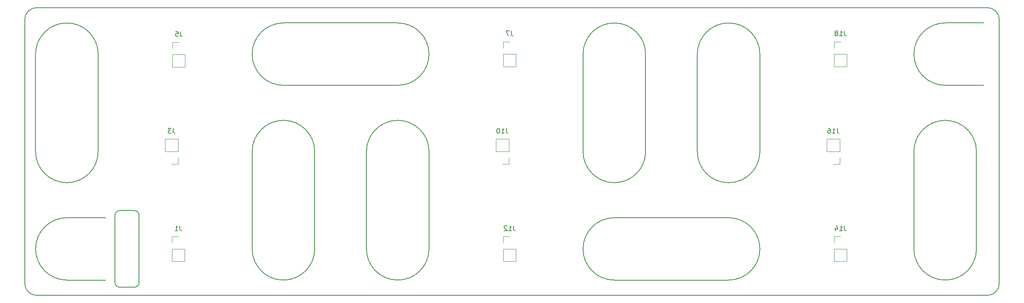
<source format=gbr>
%TF.GenerationSoftware,KiCad,Pcbnew,(5.0.0-rc2-dev-632-g76d3b6f04)*%
%TF.CreationDate,2018-06-22T20:28:34+02:00*%
%TF.ProjectId,CellsBoard,43656C6C73426F6172642E6B69636164,rev?*%
%TF.SameCoordinates,Original*%
%TF.FileFunction,Legend,Bot*%
%TF.FilePolarity,Positive*%
%FSLAX46Y46*%
G04 Gerber Fmt 4.6, Leading zero omitted, Abs format (unit mm)*
G04 Created by KiCad (PCBNEW (5.0.0-rc2-dev-632-g76d3b6f04)) date 06/22/18 20:28:34*
%MOMM*%
%LPD*%
G01*
G04 APERTURE LIST*
%ADD10C,0.150000*%
%ADD11C,0.120000*%
G04 APERTURE END LIST*
D10*
X69750000Y-132300000D02*
X72750000Y-132300000D01*
X68750000Y-147300000D02*
X68750000Y-133300000D01*
X72750000Y-148300000D02*
X69750000Y-148300000D01*
X73750000Y-133300000D02*
X73750000Y-147300000D01*
X69750000Y-148300000D02*
G75*
G02X68750000Y-147300000I0J1000000D01*
G01*
X68750000Y-133300000D02*
G75*
G02X69750000Y-132300000I1000000J0D01*
G01*
X72750000Y-132300000D02*
G75*
G02X73750000Y-133300000I0J-1000000D01*
G01*
X73750000Y-147300000D02*
G75*
G02X72750000Y-148300000I-1000000J0D01*
G01*
X250000000Y-90000000D02*
X52500000Y-90000000D01*
X250000000Y-90000000D02*
G75*
G02X252500000Y-92500000I0J-2500000D01*
G01*
X252500000Y-147500000D02*
X252500000Y-92500000D01*
X252500000Y-147500000D02*
G75*
G02X250000000Y-150000000I-2500000J0D01*
G01*
X52500000Y-150000000D02*
X250000000Y-150000000D01*
X52500000Y-150000000D02*
G75*
G02X50000000Y-147500000I0J2500000D01*
G01*
X50000000Y-92500000D02*
X50000000Y-147500000D01*
X50000000Y-92500000D02*
G75*
G02X52500000Y-90000000I2500000J0D01*
G01*
X103750000Y-106200000D02*
G75*
G02X103750000Y-93200000I0J6500000D01*
G01*
X127500000Y-93200000D02*
G75*
G02X127500000Y-106200000I0J-6500000D01*
G01*
X103750000Y-93200000D02*
X127500000Y-93200000D01*
X103750000Y-106200000D02*
X127500000Y-106200000D01*
X172500000Y-146800000D02*
G75*
G02X172500000Y-133800000I0J6500000D01*
G01*
X196250000Y-133800000D02*
G75*
G02X196250000Y-146800000I0J-6500000D01*
G01*
X172500000Y-133800000D02*
X196250000Y-133800000D01*
X172500000Y-146800000D02*
X196250000Y-146800000D01*
X97250000Y-120000000D02*
G75*
G02X110250000Y-120000000I6500000J0D01*
G01*
X110250000Y-140300000D02*
G75*
G02X97250000Y-140300000I-6500000J0D01*
G01*
X110250000Y-120000000D02*
X110250000Y-140300000D01*
X97250000Y-120000000D02*
X97250000Y-140300000D01*
X52250000Y-99700000D02*
G75*
G02X65250000Y-99700000I6500000J0D01*
G01*
X65250000Y-120000000D02*
G75*
G02X52250000Y-120000000I-6500000J0D01*
G01*
X65250000Y-99700000D02*
X65250000Y-120000000D01*
X52250000Y-99700000D02*
X52250000Y-120000000D01*
X179000000Y-120000000D02*
G75*
G02X166000000Y-120000000I-6500000J0D01*
G01*
X166000000Y-99700000D02*
G75*
G02X179000000Y-99700000I6500000J0D01*
G01*
X166000000Y-120000000D02*
X166000000Y-99700000D01*
X179000000Y-120000000D02*
X179000000Y-99700000D01*
X134000000Y-140300000D02*
G75*
G02X121000000Y-140300000I-6500000J0D01*
G01*
X121000000Y-120000000D02*
G75*
G02X134000000Y-120000000I6500000J0D01*
G01*
X121000000Y-140300000D02*
X121000000Y-120000000D01*
X134000000Y-140300000D02*
X134000000Y-120000000D01*
X234750000Y-120000000D02*
G75*
G02X247750000Y-120000000I6500000J0D01*
G01*
X247750000Y-140300000D02*
G75*
G02X234750000Y-140300000I-6500000J0D01*
G01*
X247750000Y-120000000D02*
X247750000Y-140300000D01*
X234750000Y-120000000D02*
X234750000Y-140300000D01*
X189750000Y-99700000D02*
G75*
G02X202750000Y-99700000I6500000J0D01*
G01*
X202750000Y-120000000D02*
G75*
G02X189750000Y-120000000I-6500000J0D01*
G01*
X202750000Y-99700000D02*
X202750000Y-120000000D01*
X189750000Y-99700000D02*
X189750000Y-120000000D01*
X58750000Y-133800000D02*
X66750000Y-133800000D01*
X58750000Y-146800000D02*
X66750000Y-146800000D01*
X58750000Y-146800000D02*
G75*
G02X58750000Y-133800000I0J6500000D01*
G01*
X241250000Y-106200000D02*
G75*
G02X241250000Y-93200000I0J6500000D01*
G01*
X241250000Y-106200000D02*
X249250000Y-106200000D01*
X241250000Y-93200000D02*
X249250000Y-93200000D01*
D11*
X81900000Y-137700000D02*
X80570000Y-137700000D01*
X80570000Y-137700000D02*
X80570000Y-139030000D01*
X80570000Y-140300000D02*
X80570000Y-142900000D01*
X83230000Y-142900000D02*
X80570000Y-142900000D01*
X83230000Y-140300000D02*
X83230000Y-142900000D01*
X83230000Y-140300000D02*
X80570000Y-140300000D01*
X79170000Y-120000000D02*
X81830000Y-120000000D01*
X79170000Y-120000000D02*
X79170000Y-117400000D01*
X79170000Y-117400000D02*
X81830000Y-117400000D01*
X81830000Y-120000000D02*
X81830000Y-117400000D01*
X81830000Y-122600000D02*
X81830000Y-121270000D01*
X80500000Y-122600000D02*
X81830000Y-122600000D01*
X82000000Y-97200000D02*
X80670000Y-97200000D01*
X80670000Y-97200000D02*
X80670000Y-98530000D01*
X80670000Y-99800000D02*
X80670000Y-102400000D01*
X83330000Y-102400000D02*
X80670000Y-102400000D01*
X83330000Y-99800000D02*
X83330000Y-102400000D01*
X83330000Y-99800000D02*
X80670000Y-99800000D01*
X150750000Y-97100000D02*
X149420000Y-97100000D01*
X149420000Y-97100000D02*
X149420000Y-98430000D01*
X149420000Y-99700000D02*
X149420000Y-102300000D01*
X152080000Y-102300000D02*
X149420000Y-102300000D01*
X152080000Y-99700000D02*
X152080000Y-102300000D01*
X152080000Y-99700000D02*
X149420000Y-99700000D01*
X149250000Y-122600000D02*
X150580000Y-122600000D01*
X150580000Y-122600000D02*
X150580000Y-121270000D01*
X150580000Y-120000000D02*
X150580000Y-117400000D01*
X147920000Y-117400000D02*
X150580000Y-117400000D01*
X147920000Y-120000000D02*
X147920000Y-117400000D01*
X147920000Y-120000000D02*
X150580000Y-120000000D01*
X150750000Y-137700000D02*
X149420000Y-137700000D01*
X149420000Y-137700000D02*
X149420000Y-139030000D01*
X149420000Y-140300000D02*
X149420000Y-142900000D01*
X152080000Y-142900000D02*
X149420000Y-142900000D01*
X152080000Y-140300000D02*
X152080000Y-142900000D01*
X152080000Y-140300000D02*
X149420000Y-140300000D01*
X219500000Y-137700000D02*
X218170000Y-137700000D01*
X218170000Y-137700000D02*
X218170000Y-139030000D01*
X218170000Y-140300000D02*
X218170000Y-142900000D01*
X220830000Y-142900000D02*
X218170000Y-142900000D01*
X220830000Y-140300000D02*
X220830000Y-142900000D01*
X220830000Y-140300000D02*
X218170000Y-140300000D01*
X218000000Y-122600000D02*
X219330000Y-122600000D01*
X219330000Y-122600000D02*
X219330000Y-121270000D01*
X219330000Y-120000000D02*
X219330000Y-117400000D01*
X216670000Y-117400000D02*
X219330000Y-117400000D01*
X216670000Y-120000000D02*
X216670000Y-117400000D01*
X216670000Y-120000000D02*
X219330000Y-120000000D01*
X220830000Y-99700000D02*
X218170000Y-99700000D01*
X220830000Y-99700000D02*
X220830000Y-102300000D01*
X220830000Y-102300000D02*
X218170000Y-102300000D01*
X218170000Y-99700000D02*
X218170000Y-102300000D01*
X218170000Y-97100000D02*
X218170000Y-98430000D01*
X219500000Y-97100000D02*
X218170000Y-97100000D01*
D10*
X82233333Y-135482380D02*
X82233333Y-136196666D01*
X82280952Y-136339523D01*
X82376190Y-136434761D01*
X82519047Y-136482380D01*
X82614285Y-136482380D01*
X81233333Y-136482380D02*
X81804761Y-136482380D01*
X81519047Y-136482380D02*
X81519047Y-135482380D01*
X81614285Y-135625238D01*
X81709523Y-135720476D01*
X81804761Y-135768095D01*
X80833333Y-115182380D02*
X80833333Y-115896666D01*
X80880952Y-116039523D01*
X80976190Y-116134761D01*
X81119047Y-116182380D01*
X81214285Y-116182380D01*
X80452380Y-115182380D02*
X79833333Y-115182380D01*
X80166666Y-115563333D01*
X80023809Y-115563333D01*
X79928571Y-115610952D01*
X79880952Y-115658571D01*
X79833333Y-115753809D01*
X79833333Y-115991904D01*
X79880952Y-116087142D01*
X79928571Y-116134761D01*
X80023809Y-116182380D01*
X80309523Y-116182380D01*
X80404761Y-116134761D01*
X80452380Y-116087142D01*
X82333333Y-94982380D02*
X82333333Y-95696666D01*
X82380952Y-95839523D01*
X82476190Y-95934761D01*
X82619047Y-95982380D01*
X82714285Y-95982380D01*
X81380952Y-94982380D02*
X81857142Y-94982380D01*
X81904761Y-95458571D01*
X81857142Y-95410952D01*
X81761904Y-95363333D01*
X81523809Y-95363333D01*
X81428571Y-95410952D01*
X81380952Y-95458571D01*
X81333333Y-95553809D01*
X81333333Y-95791904D01*
X81380952Y-95887142D01*
X81428571Y-95934761D01*
X81523809Y-95982380D01*
X81761904Y-95982380D01*
X81857142Y-95934761D01*
X81904761Y-95887142D01*
X151083333Y-94882380D02*
X151083333Y-95596666D01*
X151130952Y-95739523D01*
X151226190Y-95834761D01*
X151369047Y-95882380D01*
X151464285Y-95882380D01*
X150702380Y-94882380D02*
X150035714Y-94882380D01*
X150464285Y-95882380D01*
X150059523Y-115182380D02*
X150059523Y-115896666D01*
X150107142Y-116039523D01*
X150202380Y-116134761D01*
X150345238Y-116182380D01*
X150440476Y-116182380D01*
X149059523Y-116182380D02*
X149630952Y-116182380D01*
X149345238Y-116182380D02*
X149345238Y-115182380D01*
X149440476Y-115325238D01*
X149535714Y-115420476D01*
X149630952Y-115468095D01*
X148440476Y-115182380D02*
X148345238Y-115182380D01*
X148250000Y-115230000D01*
X148202380Y-115277619D01*
X148154761Y-115372857D01*
X148107142Y-115563333D01*
X148107142Y-115801428D01*
X148154761Y-115991904D01*
X148202380Y-116087142D01*
X148250000Y-116134761D01*
X148345238Y-116182380D01*
X148440476Y-116182380D01*
X148535714Y-116134761D01*
X148583333Y-116087142D01*
X148630952Y-115991904D01*
X148678571Y-115801428D01*
X148678571Y-115563333D01*
X148630952Y-115372857D01*
X148583333Y-115277619D01*
X148535714Y-115230000D01*
X148440476Y-115182380D01*
X151559523Y-135482380D02*
X151559523Y-136196666D01*
X151607142Y-136339523D01*
X151702380Y-136434761D01*
X151845238Y-136482380D01*
X151940476Y-136482380D01*
X150559523Y-136482380D02*
X151130952Y-136482380D01*
X150845238Y-136482380D02*
X150845238Y-135482380D01*
X150940476Y-135625238D01*
X151035714Y-135720476D01*
X151130952Y-135768095D01*
X150178571Y-135577619D02*
X150130952Y-135530000D01*
X150035714Y-135482380D01*
X149797619Y-135482380D01*
X149702380Y-135530000D01*
X149654761Y-135577619D01*
X149607142Y-135672857D01*
X149607142Y-135768095D01*
X149654761Y-135910952D01*
X150226190Y-136482380D01*
X149607142Y-136482380D01*
X220309523Y-135482380D02*
X220309523Y-136196666D01*
X220357142Y-136339523D01*
X220452380Y-136434761D01*
X220595238Y-136482380D01*
X220690476Y-136482380D01*
X219309523Y-136482380D02*
X219880952Y-136482380D01*
X219595238Y-136482380D02*
X219595238Y-135482380D01*
X219690476Y-135625238D01*
X219785714Y-135720476D01*
X219880952Y-135768095D01*
X218452380Y-135815714D02*
X218452380Y-136482380D01*
X218690476Y-135434761D02*
X218928571Y-136149047D01*
X218309523Y-136149047D01*
X218809523Y-115182380D02*
X218809523Y-115896666D01*
X218857142Y-116039523D01*
X218952380Y-116134761D01*
X219095238Y-116182380D01*
X219190476Y-116182380D01*
X217809523Y-116182380D02*
X218380952Y-116182380D01*
X218095238Y-116182380D02*
X218095238Y-115182380D01*
X218190476Y-115325238D01*
X218285714Y-115420476D01*
X218380952Y-115468095D01*
X216952380Y-115182380D02*
X217142857Y-115182380D01*
X217238095Y-115230000D01*
X217285714Y-115277619D01*
X217380952Y-115420476D01*
X217428571Y-115610952D01*
X217428571Y-115991904D01*
X217380952Y-116087142D01*
X217333333Y-116134761D01*
X217238095Y-116182380D01*
X217047619Y-116182380D01*
X216952380Y-116134761D01*
X216904761Y-116087142D01*
X216857142Y-115991904D01*
X216857142Y-115753809D01*
X216904761Y-115658571D01*
X216952380Y-115610952D01*
X217047619Y-115563333D01*
X217238095Y-115563333D01*
X217333333Y-115610952D01*
X217380952Y-115658571D01*
X217428571Y-115753809D01*
X220309523Y-94882380D02*
X220309523Y-95596666D01*
X220357142Y-95739523D01*
X220452380Y-95834761D01*
X220595238Y-95882380D01*
X220690476Y-95882380D01*
X219309523Y-95882380D02*
X219880952Y-95882380D01*
X219595238Y-95882380D02*
X219595238Y-94882380D01*
X219690476Y-95025238D01*
X219785714Y-95120476D01*
X219880952Y-95168095D01*
X218738095Y-95310952D02*
X218833333Y-95263333D01*
X218880952Y-95215714D01*
X218928571Y-95120476D01*
X218928571Y-95072857D01*
X218880952Y-94977619D01*
X218833333Y-94930000D01*
X218738095Y-94882380D01*
X218547619Y-94882380D01*
X218452380Y-94930000D01*
X218404761Y-94977619D01*
X218357142Y-95072857D01*
X218357142Y-95120476D01*
X218404761Y-95215714D01*
X218452380Y-95263333D01*
X218547619Y-95310952D01*
X218738095Y-95310952D01*
X218833333Y-95358571D01*
X218880952Y-95406190D01*
X218928571Y-95501428D01*
X218928571Y-95691904D01*
X218880952Y-95787142D01*
X218833333Y-95834761D01*
X218738095Y-95882380D01*
X218547619Y-95882380D01*
X218452380Y-95834761D01*
X218404761Y-95787142D01*
X218357142Y-95691904D01*
X218357142Y-95501428D01*
X218404761Y-95406190D01*
X218452380Y-95358571D01*
X218547619Y-95310952D01*
M02*

</source>
